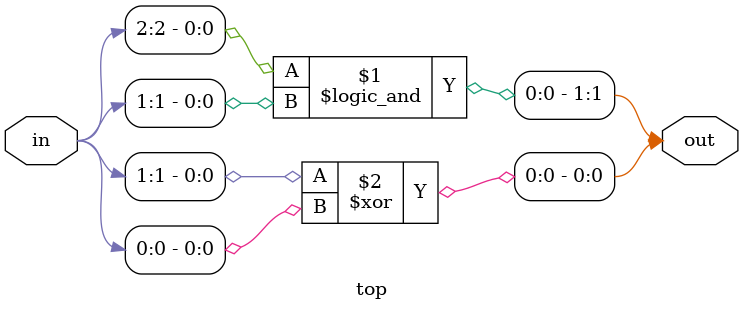
<source format=sv>
module top (
    input [2:0] in,
    output [1:0] out
);

    // Combiniational logic for addition
    assign out[1] = in[2] && in[1];
    assign out[0] = in[1] ^ in[0];

endmodule

</source>
